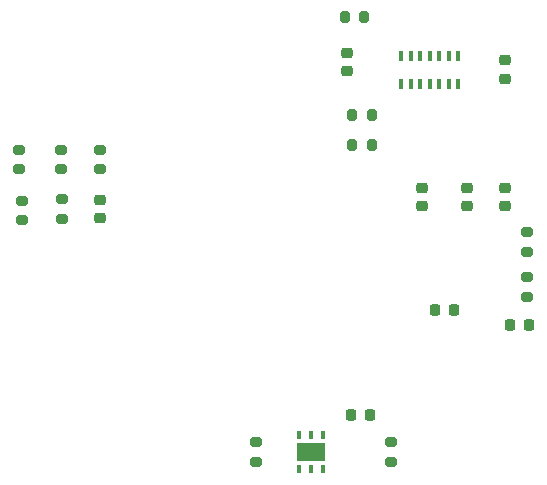
<source format=gbp>
%TF.GenerationSoftware,KiCad,Pcbnew,(6.0.9)*%
%TF.CreationDate,2024-01-25T22:47:47-06:00*%
%TF.ProjectId,AD8232_Heart_Rate_Monitor_v4.0,41443832-3332-45f4-9865-6172745f5261,rev?*%
%TF.SameCoordinates,Original*%
%TF.FileFunction,Paste,Bot*%
%TF.FilePolarity,Positive*%
%FSLAX46Y46*%
G04 Gerber Fmt 4.6, Leading zero omitted, Abs format (unit mm)*
G04 Created by KiCad (PCBNEW (6.0.9)) date 2024-01-25 22:47:47*
%MOMM*%
%LPD*%
G01*
G04 APERTURE LIST*
G04 Aperture macros list*
%AMRoundRect*
0 Rectangle with rounded corners*
0 $1 Rounding radius*
0 $2 $3 $4 $5 $6 $7 $8 $9 X,Y pos of 4 corners*
0 Add a 4 corners polygon primitive as box body*
4,1,4,$2,$3,$4,$5,$6,$7,$8,$9,$2,$3,0*
0 Add four circle primitives for the rounded corners*
1,1,$1+$1,$2,$3*
1,1,$1+$1,$4,$5*
1,1,$1+$1,$6,$7*
1,1,$1+$1,$8,$9*
0 Add four rect primitives between the rounded corners*
20,1,$1+$1,$2,$3,$4,$5,0*
20,1,$1+$1,$4,$5,$6,$7,0*
20,1,$1+$1,$6,$7,$8,$9,0*
20,1,$1+$1,$8,$9,$2,$3,0*%
G04 Aperture macros list end*
%ADD10RoundRect,0.200000X0.275000X-0.200000X0.275000X0.200000X-0.275000X0.200000X-0.275000X-0.200000X0*%
%ADD11RoundRect,0.200000X-0.275000X0.200000X-0.275000X-0.200000X0.275000X-0.200000X0.275000X0.200000X0*%
%ADD12RoundRect,0.225000X0.250000X-0.225000X0.250000X0.225000X-0.250000X0.225000X-0.250000X-0.225000X0*%
%ADD13R,0.406400X0.762000*%
%ADD14R,2.489200X1.600200*%
%ADD15RoundRect,0.225000X-0.250000X0.225000X-0.250000X-0.225000X0.250000X-0.225000X0.250000X0.225000X0*%
%ADD16RoundRect,0.200000X0.200000X0.275000X-0.200000X0.275000X-0.200000X-0.275000X0.200000X-0.275000X0*%
%ADD17RoundRect,0.225000X-0.225000X-0.250000X0.225000X-0.250000X0.225000X0.250000X-0.225000X0.250000X0*%
%ADD18RoundRect,0.040000X-0.160000X0.380000X-0.160000X-0.380000X0.160000X-0.380000X0.160000X0.380000X0*%
%ADD19RoundRect,0.040000X0.160000X-0.380000X0.160000X0.380000X-0.160000X0.380000X-0.160000X-0.380000X0*%
%ADD20RoundRect,0.200000X-0.200000X-0.275000X0.200000X-0.275000X0.200000X0.275000X-0.200000X0.275000X0*%
%ADD21RoundRect,0.225000X0.225000X0.250000X-0.225000X0.250000X-0.225000X-0.250000X0.225000X-0.250000X0*%
G04 APERTURE END LIST*
D10*
X102616000Y-83883000D03*
X102616000Y-82233000D03*
D11*
X106045000Y-82106000D03*
X106045000Y-83756000D03*
D10*
X102362000Y-79565000D03*
X102362000Y-77915000D03*
X105918000Y-79565000D03*
X105918000Y-77915000D03*
D12*
X109220000Y-83706000D03*
X109220000Y-82156000D03*
D10*
X109220000Y-79565000D03*
X109220000Y-77915000D03*
X145415000Y-90360000D03*
X145415000Y-88710000D03*
D12*
X143510000Y-71895000D03*
X143510000Y-70345000D03*
D10*
X122428000Y-104330000D03*
X122428000Y-102680000D03*
D13*
X126136400Y-102082600D03*
X127127000Y-102082600D03*
X128117600Y-102082600D03*
X128117600Y-104927400D03*
X127127000Y-104927400D03*
X126136400Y-104927400D03*
D14*
X127127000Y-103505000D03*
D10*
X133858000Y-104330000D03*
X133858000Y-102680000D03*
D15*
X136525000Y-81140000D03*
X136525000Y-82690000D03*
D10*
X145415000Y-86550000D03*
X145415000Y-84900000D03*
D15*
X130175000Y-69710000D03*
X130175000Y-71260000D03*
D16*
X132270000Y-74930000D03*
X130620000Y-74930000D03*
D17*
X144005000Y-92710000D03*
X145555000Y-92710000D03*
D15*
X140335000Y-81140000D03*
X140335000Y-82690000D03*
D18*
X134760000Y-69925000D03*
X135560000Y-69925000D03*
X136360000Y-69925000D03*
X137160000Y-69925000D03*
X137960000Y-69925000D03*
X138760000Y-69925000D03*
X139560000Y-69925000D03*
D19*
X139560000Y-72315000D03*
X138760000Y-72315000D03*
X137960000Y-72315000D03*
X137160000Y-72315000D03*
X136360000Y-72315000D03*
X135560000Y-72315000D03*
X134760000Y-72315000D03*
D20*
X130620000Y-77470000D03*
X132270000Y-77470000D03*
D21*
X132093000Y-100330000D03*
X130543000Y-100330000D03*
D12*
X143510000Y-82690000D03*
X143510000Y-81140000D03*
D16*
X131635000Y-66675000D03*
X129985000Y-66675000D03*
D21*
X139205000Y-91440000D03*
X137655000Y-91440000D03*
M02*

</source>
